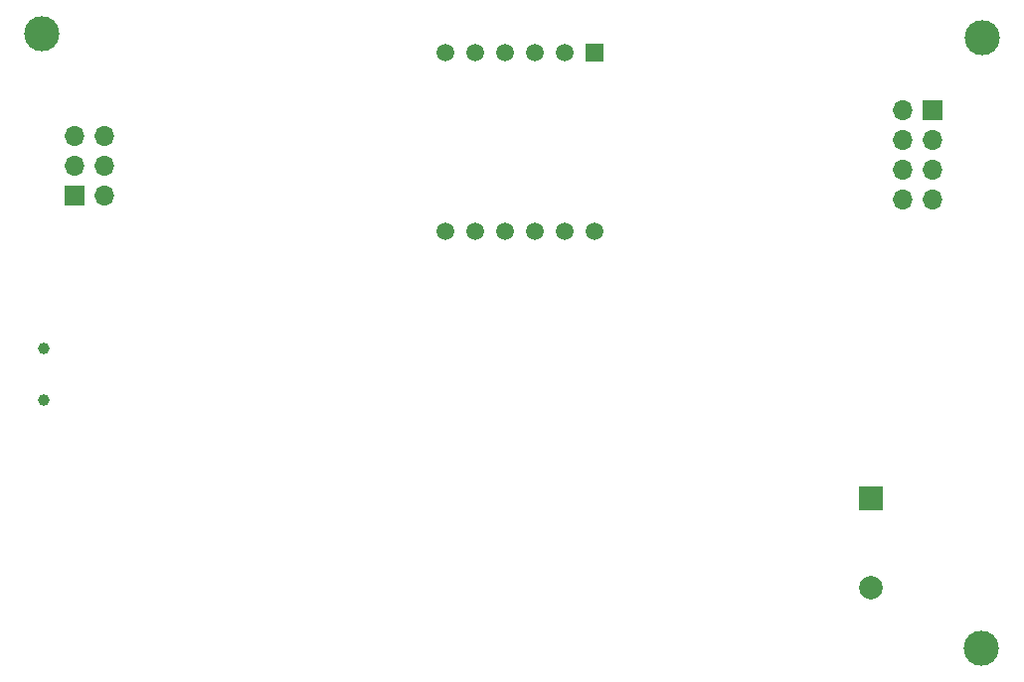
<source format=gbr>
%TF.GenerationSoftware,KiCad,Pcbnew,(7.0.0)*%
%TF.CreationDate,2023-04-20T18:01:31-06:00*%
%TF.ProjectId,PhaseBsheild,50686173-6542-4736-9865-696c642e6b69,rev?*%
%TF.SameCoordinates,Original*%
%TF.FileFunction,Soldermask,Bot*%
%TF.FilePolarity,Negative*%
%FSLAX46Y46*%
G04 Gerber Fmt 4.6, Leading zero omitted, Abs format (unit mm)*
G04 Created by KiCad (PCBNEW (7.0.0)) date 2023-04-20 18:01:31*
%MOMM*%
%LPD*%
G01*
G04 APERTURE LIST*
%ADD10C,3.000000*%
%ADD11C,1.000000*%
%ADD12R,1.500000X1.500000*%
%ADD13C,1.500000*%
%ADD14R,2.000000X2.000000*%
%ADD15C,2.000000*%
%ADD16R,1.700000X1.700000*%
%ADD17O,1.700000X1.700000*%
G04 APERTURE END LIST*
D10*
%TO.C,H2*%
X163000000Y-53200000D03*
%TD*%
D11*
%TO.C,J1*%
X83075000Y-79700000D03*
X83075000Y-84100000D03*
%TD*%
D10*
%TO.C,H1*%
X162900000Y-105300000D03*
%TD*%
D12*
%TO.C,U2*%
X129968899Y-54548699D03*
D13*
X127428900Y-54548700D03*
X124888900Y-54548700D03*
X122348900Y-54548700D03*
X119808900Y-54548700D03*
X117268900Y-54548700D03*
X117268900Y-69788700D03*
X119808900Y-69788700D03*
X122348900Y-69788700D03*
X124888900Y-69788700D03*
X127428900Y-69788700D03*
X129968900Y-69788700D03*
%TD*%
D14*
%TO.C,LS1*%
X153499999Y-92499999D03*
D15*
X153500000Y-100100000D03*
%TD*%
D16*
%TO.C,J2*%
X158759999Y-59419999D03*
D17*
X156219999Y-59419999D03*
X158759999Y-61959999D03*
X156219999Y-61959999D03*
X158759999Y-64499999D03*
X156219999Y-64499999D03*
X158759999Y-67039999D03*
X156219999Y-67039999D03*
%TD*%
D16*
%TO.C,J3*%
X85659999Y-66679999D03*
D17*
X88199999Y-66679999D03*
X85659999Y-64139999D03*
X88199999Y-64139999D03*
X85659999Y-61599999D03*
X88199999Y-61599999D03*
%TD*%
D10*
%TO.C,H3*%
X82900000Y-52900000D03*
%TD*%
M02*

</source>
